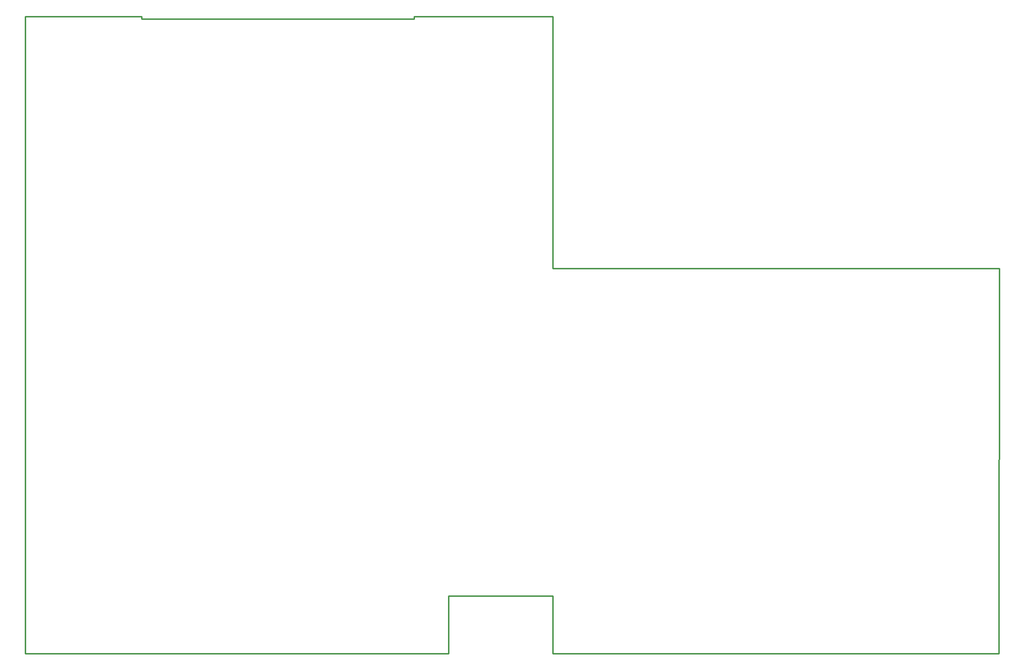
<source format=gbr>
G04 EAGLE Gerber RS-274X export*
G75*
%MOMM*%
%FSLAX34Y34*%
%LPD*%
%IN*%
%IPPOS*%
%AMOC8*
5,1,8,0,0,1.08239X$1,22.5*%
G01*
G04 Define Apertures*
%ADD10C,0.254000*%
D10*
X-850000Y-545000D02*
X-111000Y-545000D01*
X-111000Y-445000D01*
X71000Y-445000D01*
X71000Y-545000D01*
X850000Y-545000D01*
X851000Y128000D01*
X71000Y128000D01*
X71000Y568000D01*
X-171000Y568000D01*
X-171000Y564000D01*
X-647000Y564000D01*
X-647000Y568000D01*
X-850000Y568000D01*
X-850000Y-545000D01*
M02*

</source>
